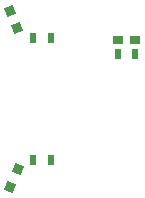
<source format=gbp>
%FSLAX46Y46*%
%MOMM*%
%AMPS13*
21,1,0.800000,0.750000,0.000000,0.000000,360.000000*
%
%ADD13PS13*%
%AMPS10*
21,1,0.500000,0.900000,0.000000,0.000000,360.000000*
%
%ADD10PS10*%
%AMPS12*
21,1,0.800000,0.800000,0.000000,0.000000,247.000122*
%
%ADD12PS12*%
%AMPS11*
21,1,0.800000,0.800000,0.000000,0.000000,112.000122*
%
%ADD11PS11*%
G01*
G01*
%LPD*%
G75*
D10*
X5600000Y28150000D03*
D10*
X4100000Y28150000D03*
D11*
X2150314Y30441746D03*
D11*
X2749686Y28958254D03*
D12*
X2137417Y15563596D03*
D12*
X2762583Y17036404D03*
D10*
X5600000Y17850000D03*
D10*
X4100000Y17850000D03*
D10*
X12750000Y26750000D03*
D10*
X11250000Y26750000D03*
D13*
X11250000Y28000000D03*
D13*
X12750000Y28000000D03*
M02*

</source>
